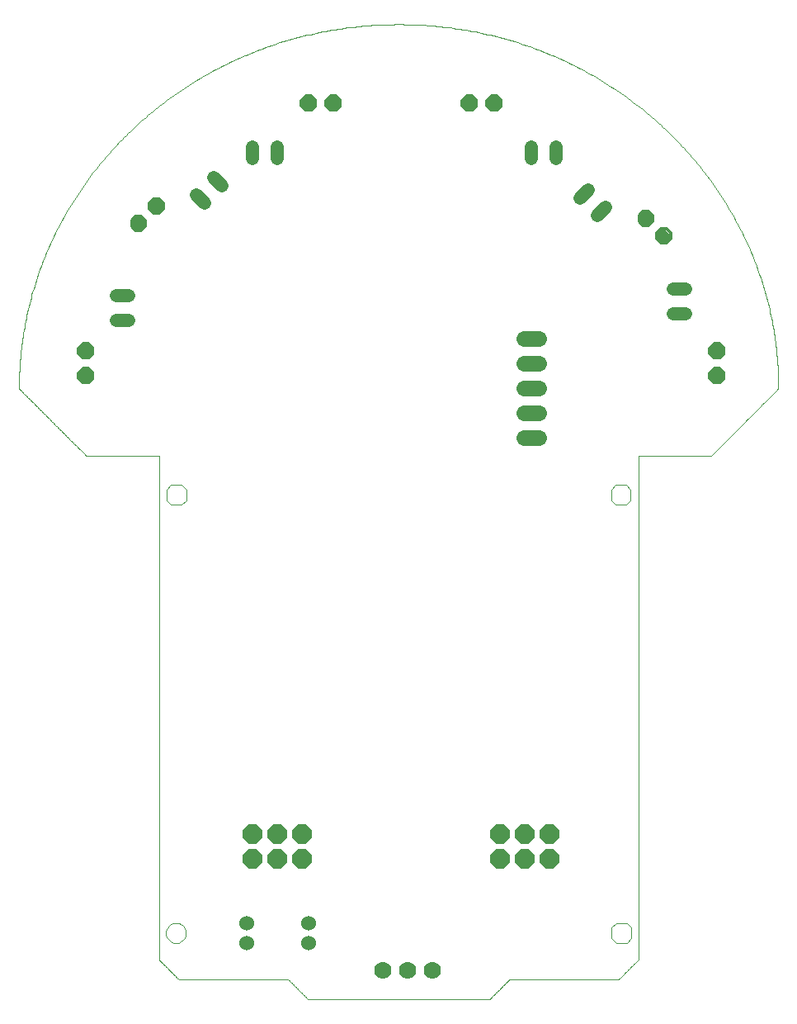
<source format=gbs>
G75*
G70*
%OFA0B0*%
%FSLAX24Y24*%
%IPPOS*%
%LPD*%
%AMOC8*
5,1,8,0,0,1.08239X$1,22.5*
%
%ADD10C,0.0000*%
%ADD11OC8,0.0780*%
%ADD12C,0.0640*%
%ADD13C,0.0600*%
%ADD14C,0.0700*%
%ADD15OC8,0.0700*%
%ADD16C,0.0520*%
%ADD17C,0.0140*%
D10*
X007661Y002111D02*
X007661Y022468D01*
X004701Y022468D01*
X004659Y022510D01*
X004617Y022553D01*
X004490Y022680D01*
X004448Y022722D01*
X004406Y022764D01*
X004363Y022806D01*
X004321Y022849D01*
X004279Y022891D01*
X004237Y022933D01*
X004152Y023018D01*
X004110Y023060D01*
X004067Y023102D01*
X003983Y023187D01*
X003941Y023229D01*
X003898Y023271D01*
X003856Y023313D01*
X003814Y023356D01*
X003772Y023398D01*
X003729Y023440D01*
X003687Y023482D01*
X003645Y023525D01*
X003603Y023567D01*
X003560Y023609D01*
X003476Y023694D01*
X003433Y023736D01*
X003391Y023778D01*
X003307Y023863D01*
X003264Y023905D01*
X003222Y023947D01*
X003180Y023990D01*
X003138Y024032D01*
X003095Y024074D01*
X003053Y024117D01*
X002969Y024201D01*
X002926Y024243D01*
X002884Y024286D01*
X002842Y024328D01*
X002799Y024370D01*
X002757Y024412D01*
X002715Y024455D01*
X002673Y024497D01*
X002630Y024539D01*
X002588Y024581D01*
X002546Y024624D01*
X002504Y024666D01*
X002461Y024708D01*
X002419Y024750D01*
X002377Y024793D01*
X002335Y024835D01*
X002292Y024877D01*
X002208Y024962D01*
X002166Y025004D01*
X002123Y025046D01*
X002081Y025089D01*
X002039Y025131D01*
X001996Y025173D01*
X001996Y025300D01*
X001998Y025426D01*
X002001Y025552D01*
X002005Y025679D01*
X002010Y025804D01*
X002016Y025930D01*
X002023Y026055D01*
X002031Y026180D01*
X002041Y026304D01*
X002051Y026429D01*
X002063Y026553D01*
X002076Y026676D01*
X002089Y026800D01*
X002103Y026923D01*
X002120Y027045D01*
X002136Y027168D01*
X002154Y027290D01*
X002173Y027412D01*
X002193Y027533D01*
X002214Y027655D01*
X002236Y027775D01*
X002259Y027896D01*
X002283Y028016D01*
X002308Y028136D01*
X002334Y028255D01*
X002361Y028374D01*
X002389Y028493D01*
X002418Y028611D01*
X002448Y028729D01*
X002480Y028847D01*
X002511Y028964D01*
X002544Y029081D01*
X002579Y029197D01*
X002613Y029314D01*
X002649Y029429D01*
X002686Y029544D01*
X002724Y029660D01*
X002763Y029774D01*
X002803Y029888D01*
X002843Y030002D01*
X002885Y030115D01*
X002928Y030227D01*
X002971Y030340D01*
X003015Y030452D01*
X003061Y030563D01*
X003107Y030674D01*
X003154Y030785D01*
X003203Y030895D01*
X003251Y031005D01*
X003301Y031114D01*
X003352Y031223D01*
X003404Y031331D01*
X003456Y031439D01*
X003510Y031546D01*
X003564Y031653D01*
X003619Y031760D01*
X003676Y031865D01*
X003732Y031971D01*
X003790Y032076D01*
X003849Y032180D01*
X003908Y032284D01*
X003968Y032387D01*
X004030Y032490D01*
X004092Y032593D01*
X004154Y032694D01*
X004218Y032795D01*
X004283Y032897D01*
X004348Y032997D01*
X004414Y033096D01*
X004481Y033196D01*
X004549Y033294D01*
X004618Y033392D01*
X004687Y033490D01*
X004757Y033586D01*
X004828Y033683D01*
X004900Y033779D01*
X004972Y033874D01*
X005119Y034063D01*
X005194Y034156D01*
X005270Y034248D01*
X005346Y034341D01*
X005423Y034433D01*
X005501Y034523D01*
X005580Y034614D01*
X005659Y034704D01*
X005739Y034793D01*
X005820Y034882D01*
X005901Y034970D01*
X006066Y035144D01*
X006150Y035230D01*
X006235Y035315D01*
X006319Y035400D01*
X006405Y035484D01*
X006492Y035567D01*
X006579Y035650D01*
X006667Y035732D01*
X006755Y035814D01*
X006844Y035895D01*
X006934Y035975D01*
X007025Y036054D01*
X007116Y036133D01*
X007208Y036211D01*
X007301Y036288D01*
X007393Y036365D01*
X007487Y036441D01*
X007582Y036516D01*
X007677Y036591D01*
X007772Y036665D01*
X007869Y036738D01*
X007966Y036810D01*
X008063Y036882D01*
X008162Y036952D01*
X008260Y037023D01*
X008360Y037092D01*
X008460Y037161D01*
X008560Y037229D01*
X008661Y037296D01*
X008764Y037362D01*
X008866Y037428D01*
X008969Y037493D01*
X009072Y037557D01*
X009176Y037621D01*
X009281Y037683D01*
X009386Y037745D01*
X009492Y037806D01*
X009598Y037866D01*
X009812Y037984D01*
X009920Y038042D01*
X010029Y038098D01*
X010138Y038155D01*
X010247Y038210D01*
X010358Y038264D01*
X010468Y038319D01*
X010579Y038372D01*
X010691Y038423D01*
X010803Y038475D01*
X010915Y038525D01*
X011029Y038574D01*
X011142Y038623D01*
X011256Y038671D01*
X011371Y038717D01*
X011486Y038764D01*
X011601Y038809D01*
X011717Y038853D01*
X011833Y038897D01*
X011950Y038939D01*
X012068Y038981D01*
X012185Y039022D01*
X012304Y039062D01*
X012541Y039139D01*
X012661Y039176D01*
X012781Y039212D01*
X012901Y039248D01*
X013022Y039282D01*
X013143Y039315D01*
X013265Y039348D01*
X013387Y039380D01*
X013509Y039410D01*
X013632Y039440D01*
X013755Y039469D01*
X013879Y039496D01*
X014003Y039524D01*
X014127Y039549D01*
X014252Y039574D01*
X014377Y039599D01*
X014502Y039621D01*
X014628Y039643D01*
X014754Y039665D01*
X014881Y039685D01*
X015008Y039703D01*
X015135Y039722D01*
X015262Y039739D01*
X015390Y039755D01*
X015518Y039770D01*
X015647Y039784D01*
X015776Y039797D01*
X015905Y039809D01*
X016034Y039820D01*
X016164Y039830D01*
X016294Y039839D01*
X016425Y039847D01*
X016555Y039854D01*
X016686Y039860D01*
X016817Y039865D01*
X016949Y039868D01*
X017081Y039871D01*
X017213Y039873D01*
X017345Y039873D01*
X017330Y039873D02*
X017462Y039873D01*
X017594Y039871D01*
X017726Y039868D01*
X017857Y039865D01*
X017989Y039860D01*
X018120Y039854D01*
X018250Y039847D01*
X018381Y039839D01*
X018511Y039830D01*
X018640Y039820D01*
X018770Y039809D01*
X018899Y039797D01*
X019028Y039784D01*
X019157Y039770D01*
X019285Y039755D01*
X019413Y039739D01*
X019540Y039722D01*
X019667Y039703D01*
X019794Y039685D01*
X019921Y039665D01*
X020047Y039643D01*
X020173Y039621D01*
X020298Y039599D01*
X020423Y039574D01*
X020548Y039549D01*
X020672Y039524D01*
X020796Y039496D01*
X020920Y039469D01*
X021043Y039440D01*
X021288Y039380D01*
X021410Y039348D01*
X021532Y039315D01*
X021653Y039282D01*
X021774Y039248D01*
X021894Y039212D01*
X022014Y039176D01*
X022134Y039139D01*
X022371Y039062D01*
X022490Y039022D01*
X022725Y038939D01*
X022842Y038897D01*
X022958Y038853D01*
X023074Y038809D01*
X023189Y038764D01*
X023304Y038717D01*
X023419Y038671D01*
X023533Y038623D01*
X023646Y038574D01*
X023760Y038525D01*
X023872Y038475D01*
X023984Y038423D01*
X024096Y038372D01*
X024207Y038319D01*
X024317Y038264D01*
X024428Y038210D01*
X024537Y038155D01*
X024646Y038098D01*
X024755Y038042D01*
X024863Y037984D01*
X025077Y037866D01*
X025183Y037806D01*
X025289Y037745D01*
X025394Y037683D01*
X025499Y037621D01*
X025603Y037557D01*
X025706Y037493D01*
X025809Y037428D01*
X025911Y037362D01*
X026013Y037296D01*
X026115Y037229D01*
X026215Y037161D01*
X026315Y037092D01*
X026415Y037023D01*
X026513Y036952D01*
X026612Y036882D01*
X026709Y036810D01*
X026806Y036738D01*
X026903Y036665D01*
X026998Y036591D01*
X027093Y036516D01*
X027188Y036441D01*
X027282Y036365D01*
X027374Y036288D01*
X027467Y036211D01*
X027559Y036133D01*
X027650Y036054D01*
X027741Y035975D01*
X027831Y035895D01*
X027920Y035814D01*
X028008Y035732D01*
X028096Y035650D01*
X028183Y035567D01*
X028270Y035484D01*
X028356Y035400D01*
X028440Y035315D01*
X028525Y035230D01*
X028609Y035144D01*
X028691Y035057D01*
X028774Y034970D01*
X028855Y034882D01*
X028936Y034793D01*
X029016Y034704D01*
X029095Y034614D01*
X029174Y034523D01*
X029252Y034433D01*
X029329Y034341D01*
X029405Y034248D01*
X029481Y034156D01*
X029556Y034063D01*
X029629Y033968D01*
X029703Y033874D01*
X029775Y033779D01*
X029918Y033586D01*
X029988Y033490D01*
X030057Y033392D01*
X030126Y033294D01*
X030194Y033196D01*
X030260Y033096D01*
X030327Y032997D01*
X030392Y032897D01*
X030521Y032694D01*
X030583Y032593D01*
X030645Y032490D01*
X030707Y032387D01*
X030767Y032284D01*
X030826Y032180D01*
X030885Y032076D01*
X030943Y031971D01*
X030999Y031865D01*
X031056Y031760D01*
X031111Y031653D01*
X031165Y031546D01*
X031219Y031439D01*
X031271Y031331D01*
X031323Y031223D01*
X031374Y031114D01*
X031424Y031005D01*
X031521Y030785D01*
X031568Y030674D01*
X031614Y030563D01*
X031660Y030452D01*
X031704Y030340D01*
X031790Y030115D01*
X031832Y030002D01*
X031872Y029888D01*
X031912Y029774D01*
X031951Y029660D01*
X031988Y029544D01*
X032026Y029429D01*
X032062Y029314D01*
X032096Y029197D01*
X032131Y029081D01*
X032164Y028964D01*
X032195Y028847D01*
X032227Y028729D01*
X032257Y028611D01*
X032285Y028493D01*
X032314Y028374D01*
X032341Y028255D01*
X032367Y028136D01*
X032392Y028016D01*
X032416Y027896D01*
X032439Y027775D01*
X032461Y027655D01*
X032482Y027533D01*
X032502Y027412D01*
X032521Y027290D01*
X032539Y027168D01*
X032555Y027045D01*
X032571Y026923D01*
X032586Y026800D01*
X032599Y026676D01*
X032612Y026553D01*
X032624Y026429D01*
X032634Y026304D01*
X032644Y026180D01*
X032652Y026055D01*
X032658Y025930D01*
X032665Y025804D01*
X032670Y025679D01*
X032673Y025552D01*
X032677Y025426D01*
X032678Y025300D01*
X032678Y025173D01*
X032636Y025131D01*
X032594Y025089D01*
X032552Y025046D01*
X032509Y025004D01*
X032467Y024962D01*
X032425Y024919D01*
X032383Y024877D01*
X032340Y024835D01*
X032298Y024793D01*
X032256Y024750D01*
X032213Y024708D01*
X032171Y024666D01*
X032129Y024624D01*
X032087Y024581D01*
X032044Y024539D01*
X031960Y024455D01*
X031918Y024412D01*
X031875Y024370D01*
X031791Y024286D01*
X031749Y024243D01*
X031706Y024201D01*
X031664Y024159D01*
X031622Y024117D01*
X031579Y024074D01*
X031537Y024032D01*
X031495Y023990D01*
X031453Y023947D01*
X031410Y023905D01*
X031368Y023863D01*
X031326Y023821D01*
X031284Y023778D01*
X031241Y023736D01*
X031199Y023694D01*
X031157Y023652D01*
X031115Y023609D01*
X031030Y023525D01*
X030988Y023482D01*
X030946Y023440D01*
X030903Y023398D01*
X030861Y023356D01*
X030819Y023313D01*
X030777Y023271D01*
X030734Y023229D01*
X030692Y023187D01*
X030650Y023144D01*
X030607Y023102D01*
X030565Y023060D01*
X030523Y023018D01*
X030481Y022975D01*
X030438Y022933D01*
X030396Y022891D01*
X030354Y022849D01*
X030269Y022764D01*
X030227Y022722D01*
X030185Y022680D01*
X030143Y022637D01*
X030100Y022595D01*
X030058Y022553D01*
X030016Y022510D01*
X029973Y022468D01*
X027014Y022468D01*
X027014Y002111D01*
X027001Y002099D01*
X026989Y002087D01*
X026965Y002062D01*
X026952Y002050D01*
X026940Y002038D01*
X026928Y002025D01*
X026903Y002001D01*
X026891Y001989D01*
X026879Y001976D01*
X026854Y001952D01*
X026842Y001940D01*
X026830Y001927D01*
X026817Y001915D01*
X026805Y001903D01*
X026793Y001890D01*
X026756Y001854D01*
X026744Y001842D01*
X026732Y001829D01*
X026707Y001805D01*
X026695Y001792D01*
X026683Y001780D01*
X026646Y001743D01*
X026634Y001731D01*
X026621Y001719D01*
X026609Y001707D01*
X026597Y001694D01*
X026572Y001670D01*
X026560Y001658D01*
X026548Y001645D01*
X026536Y001633D01*
X026511Y001609D01*
X026499Y001596D01*
X026486Y001584D01*
X026474Y001572D01*
X026462Y001560D01*
X026450Y001547D01*
X026437Y001535D01*
X026425Y001523D01*
X026413Y001511D01*
X026401Y001498D01*
X026388Y001486D01*
X026352Y001449D01*
X026339Y001437D01*
X026315Y001413D01*
X026303Y001400D01*
X026266Y001364D01*
X026254Y001351D01*
X026241Y001339D01*
X026229Y001327D01*
X021812Y001327D01*
X021799Y001314D01*
X021787Y001301D01*
X021774Y001288D01*
X021761Y001276D01*
X021748Y001263D01*
X021735Y001250D01*
X021722Y001237D01*
X021697Y001211D01*
X021684Y001198D01*
X021658Y001173D01*
X021645Y001160D01*
X021633Y001147D01*
X021620Y001134D01*
X021594Y001109D01*
X021581Y001096D01*
X021568Y001083D01*
X021543Y001057D01*
X021517Y001032D01*
X021491Y001006D01*
X021479Y000993D01*
X021466Y000980D01*
X021453Y000968D01*
X021440Y000955D01*
X021427Y000942D01*
X021414Y000929D01*
X021389Y000903D01*
X021376Y000891D01*
X021363Y000878D01*
X021350Y000865D01*
X021337Y000852D01*
X021325Y000839D01*
X021312Y000826D01*
X021286Y000801D01*
X021261Y000775D01*
X021235Y000750D01*
X021222Y000737D01*
X021209Y000724D01*
X021184Y000698D01*
X021171Y000685D01*
X021158Y000672D01*
X021132Y000647D01*
X021107Y000621D01*
X021094Y000608D01*
X021081Y000596D01*
X021068Y000583D01*
X021055Y000570D01*
X021042Y000557D01*
X021030Y000544D01*
X021017Y000531D01*
X021004Y000519D01*
X020991Y000506D01*
X013684Y000506D01*
X013671Y000519D01*
X013658Y000531D01*
X013645Y000544D01*
X013632Y000557D01*
X013620Y000570D01*
X013607Y000583D01*
X013594Y000596D01*
X013581Y000608D01*
X013568Y000621D01*
X013555Y000634D01*
X013543Y000647D01*
X013530Y000660D01*
X013517Y000672D01*
X013504Y000685D01*
X013491Y000698D01*
X013478Y000711D01*
X013466Y000724D01*
X013453Y000737D01*
X013440Y000750D01*
X013414Y000775D01*
X013401Y000788D01*
X013389Y000801D01*
X013376Y000814D01*
X013363Y000826D01*
X013337Y000852D01*
X013325Y000865D01*
X013312Y000878D01*
X013299Y000891D01*
X013286Y000903D01*
X013273Y000916D01*
X013260Y000929D01*
X013247Y000942D01*
X013222Y000968D01*
X013209Y000980D01*
X013196Y000993D01*
X013183Y001006D01*
X013171Y001019D01*
X013158Y001032D01*
X013145Y001045D01*
X013132Y001057D01*
X013106Y001083D01*
X013094Y001096D01*
X013081Y001109D01*
X013055Y001134D01*
X013042Y001147D01*
X013029Y001160D01*
X013017Y001173D01*
X013004Y001186D01*
X012991Y001198D01*
X012978Y001211D01*
X012965Y001224D01*
X012952Y001237D01*
X012940Y001250D01*
X012927Y001263D01*
X012914Y001276D01*
X012901Y001288D01*
X012888Y001301D01*
X012875Y001314D01*
X012863Y001327D01*
X008446Y001327D01*
X008434Y001339D01*
X008421Y001351D01*
X008409Y001364D01*
X008372Y001400D01*
X008360Y001413D01*
X008348Y001425D01*
X008335Y001437D01*
X008323Y001449D01*
X008299Y001474D01*
X008286Y001486D01*
X008274Y001498D01*
X008262Y001511D01*
X008250Y001523D01*
X008237Y001535D01*
X008225Y001547D01*
X008213Y001560D01*
X008201Y001572D01*
X008188Y001584D01*
X008176Y001596D01*
X008164Y001609D01*
X008139Y001633D01*
X008127Y001645D01*
X008115Y001658D01*
X008078Y001694D01*
X008066Y001707D01*
X008041Y001731D01*
X008029Y001743D01*
X007992Y001780D01*
X007980Y001792D01*
X007968Y001805D01*
X007943Y001829D01*
X007931Y001842D01*
X007919Y001854D01*
X007882Y001890D01*
X007870Y001903D01*
X007857Y001915D01*
X007845Y001927D01*
X007833Y001940D01*
X007821Y001952D01*
X007796Y001976D01*
X007784Y001989D01*
X007772Y002001D01*
X007747Y002025D01*
X007735Y002038D01*
X007723Y002050D01*
X007710Y002062D01*
X007686Y002087D01*
X007674Y002099D01*
X007661Y002111D01*
X008130Y002844D02*
X008059Y002915D01*
X007988Y002987D01*
X007943Y003085D01*
X007943Y003302D01*
X007988Y003401D01*
X008059Y003472D01*
X008130Y003543D01*
X008228Y003587D01*
X008446Y003587D01*
X008544Y003543D01*
X008616Y003472D01*
X008687Y003401D01*
X008731Y003302D01*
X008731Y003085D01*
X008687Y002987D01*
X008616Y002915D01*
X008544Y002844D01*
X008446Y002800D01*
X008228Y002800D01*
X008130Y002844D01*
X008143Y020491D02*
X007966Y020667D01*
X007966Y021102D01*
X008143Y021278D01*
X008578Y021278D01*
X008754Y021102D01*
X008754Y020667D01*
X008578Y020491D01*
X008143Y020491D01*
X025921Y020667D02*
X025921Y021102D01*
X026097Y021278D01*
X026532Y021278D01*
X026708Y021102D01*
X026708Y020667D01*
X026532Y020491D01*
X026097Y020491D01*
X025921Y020667D01*
X026120Y003587D02*
X025944Y003411D01*
X025944Y002976D01*
X026120Y002800D01*
X026555Y002800D01*
X026731Y002976D01*
X026731Y003411D01*
X026555Y003587D01*
X026120Y003587D01*
D11*
X023430Y006180D03*
X023430Y007180D03*
X022430Y007180D03*
X022430Y006180D03*
X021430Y006180D03*
X021430Y007180D03*
X013430Y007180D03*
X013430Y006180D03*
X012430Y006180D03*
X012430Y007180D03*
X011430Y007180D03*
X011430Y006180D03*
D12*
X022380Y023180D02*
X022980Y023180D01*
X022980Y024180D02*
X022380Y024180D01*
X022380Y025180D02*
X022980Y025180D01*
X022980Y026180D02*
X022380Y026180D01*
X022380Y027180D02*
X022980Y027180D01*
D13*
X013680Y003574D03*
X013680Y002786D03*
X011180Y002786D03*
X011180Y003574D03*
D14*
X016680Y001680D03*
X017680Y001680D03*
X018680Y001680D03*
D15*
X030180Y025680D03*
X030180Y026680D03*
X021180Y036680D03*
X020180Y036680D03*
X014680Y036680D03*
X013680Y036680D03*
X004680Y026680D03*
X004680Y025680D03*
D16*
X005940Y027930D02*
X006420Y027930D01*
X006420Y028930D02*
X005940Y028930D01*
X009496Y032657D02*
X009157Y032996D01*
X009864Y033703D02*
X010203Y033364D01*
X011430Y034440D02*
X011430Y034920D01*
X012430Y034920D02*
X012430Y034440D01*
X022680Y034440D02*
X022680Y034920D01*
X023680Y034920D02*
X023680Y034440D01*
X024996Y033203D02*
X024657Y032864D01*
X025364Y032157D02*
X025703Y032496D01*
X028440Y029180D02*
X028920Y029180D01*
X028920Y028180D02*
X028440Y028180D01*
D17*
X028080Y031117D02*
X028150Y031047D01*
X027918Y031047D01*
X027755Y031210D01*
X027755Y031442D01*
X027918Y031605D01*
X028150Y031605D01*
X028313Y031442D01*
X028313Y031210D01*
X028150Y031047D01*
X028106Y031152D01*
X027962Y031152D01*
X027860Y031254D01*
X027860Y031398D01*
X027962Y031500D01*
X028106Y031500D01*
X028208Y031398D01*
X028208Y031254D01*
X028106Y031152D01*
X028063Y031257D01*
X028005Y031257D01*
X027965Y031297D01*
X027965Y031355D01*
X028005Y031395D01*
X028063Y031395D01*
X028103Y031355D01*
X028103Y031297D01*
X028063Y031257D01*
X027372Y031825D02*
X027442Y031755D01*
X027210Y031755D01*
X027047Y031918D01*
X027047Y032150D01*
X027210Y032313D01*
X027442Y032313D01*
X027605Y032150D01*
X027605Y031918D01*
X027442Y031755D01*
X027398Y031860D01*
X027254Y031860D01*
X027152Y031962D01*
X027152Y032106D01*
X027254Y032208D01*
X027398Y032208D01*
X027500Y032106D01*
X027500Y031962D01*
X027398Y031860D01*
X027355Y031965D01*
X027297Y031965D01*
X027257Y032005D01*
X027257Y032063D01*
X027297Y032103D01*
X027355Y032103D01*
X027395Y032063D01*
X027395Y032005D01*
X027355Y031965D01*
X007743Y032580D02*
X007813Y032650D01*
X007813Y032418D01*
X007650Y032255D01*
X007418Y032255D01*
X007255Y032418D01*
X007255Y032650D01*
X007418Y032813D01*
X007650Y032813D01*
X007813Y032650D01*
X007708Y032606D01*
X007708Y032462D01*
X007606Y032360D01*
X007462Y032360D01*
X007360Y032462D01*
X007360Y032606D01*
X007462Y032708D01*
X007606Y032708D01*
X007708Y032606D01*
X007603Y032563D01*
X007603Y032505D01*
X007563Y032465D01*
X007505Y032465D01*
X007465Y032505D01*
X007465Y032563D01*
X007505Y032603D01*
X007563Y032603D01*
X007603Y032563D01*
X007035Y031872D02*
X007105Y031942D01*
X007105Y031710D01*
X006942Y031547D01*
X006710Y031547D01*
X006547Y031710D01*
X006547Y031942D01*
X006710Y032105D01*
X006942Y032105D01*
X007105Y031942D01*
X007000Y031898D01*
X007000Y031754D01*
X006898Y031652D01*
X006754Y031652D01*
X006652Y031754D01*
X006652Y031898D01*
X006754Y032000D01*
X006898Y032000D01*
X007000Y031898D01*
X006895Y031855D01*
X006895Y031797D01*
X006855Y031757D01*
X006797Y031757D01*
X006757Y031797D01*
X006757Y031855D01*
X006797Y031895D01*
X006855Y031895D01*
X006895Y031855D01*
M02*

</source>
